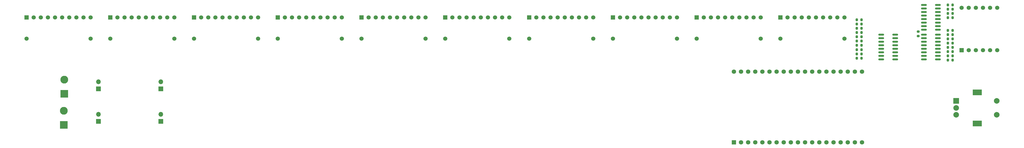
<source format=gbr>
G04 #@! TF.GenerationSoftware,KiCad,Pcbnew,(6.0.6)*
G04 #@! TF.CreationDate,2022-08-14T15:31:57+08:00*
G04 #@! TF.ProjectId,led_scroll,6c65645f-7363-4726-9f6c-6c2e6b696361,rev?*
G04 #@! TF.SameCoordinates,Original*
G04 #@! TF.FileFunction,Soldermask,Bot*
G04 #@! TF.FilePolarity,Negative*
%FSLAX46Y46*%
G04 Gerber Fmt 4.6, Leading zero omitted, Abs format (unit mm)*
G04 Created by KiCad (PCBNEW (6.0.6)) date 2022-08-14 15:31:57*
%MOMM*%
%LPD*%
G01*
G04 APERTURE LIST*
G04 Aperture macros list*
%AMRoundRect*
0 Rectangle with rounded corners*
0 $1 Rounding radius*
0 $2 $3 $4 $5 $6 $7 $8 $9 X,Y pos of 4 corners*
0 Add a 4 corners polygon primitive as box body*
4,1,4,$2,$3,$4,$5,$6,$7,$8,$9,$2,$3,0*
0 Add four circle primitives for the rounded corners*
1,1,$1+$1,$2,$3*
1,1,$1+$1,$4,$5*
1,1,$1+$1,$6,$7*
1,1,$1+$1,$8,$9*
0 Add four rect primitives between the rounded corners*
20,1,$1+$1,$2,$3,$4,$5,0*
20,1,$1+$1,$4,$5,$6,$7,0*
20,1,$1+$1,$6,$7,$8,$9,0*
20,1,$1+$1,$8,$9,$2,$3,0*%
G04 Aperture macros list end*
%ADD10RoundRect,0.200000X-0.275000X0.200000X-0.275000X-0.200000X0.275000X-0.200000X0.275000X0.200000X0*%
%ADD11RoundRect,0.200000X0.200000X0.275000X-0.200000X0.275000X-0.200000X-0.275000X0.200000X-0.275000X0*%
%ADD12RoundRect,0.200000X-0.200000X-0.275000X0.200000X-0.275000X0.200000X0.275000X-0.200000X0.275000X0*%
%ADD13R,1.500000X1.500000*%
%ADD14C,1.500000*%
%ADD15C,1.560000*%
%ADD16R,1.560000X1.560000*%
%ADD17O,1.700000X1.700000*%
%ADD18R,1.700000X1.700000*%
%ADD19R,2.800000X2.800000*%
%ADD20C,2.800000*%
%ADD21R,2.000000X2.000000*%
%ADD22C,2.000000*%
%ADD23R,3.200000X2.000000*%
%ADD24RoundRect,0.150000X0.825000X0.150000X-0.825000X0.150000X-0.825000X-0.150000X0.825000X-0.150000X0*%
%ADD25RoundRect,0.150000X-0.825000X-0.150000X0.825000X-0.150000X0.825000X0.150000X-0.825000X0.150000X0*%
G04 APERTURE END LIST*
D10*
X380746000Y-201038000D03*
X380746000Y-199388000D03*
D11*
X360522000Y-208964000D03*
X358872000Y-208964000D03*
X360522000Y-207430216D03*
X358872000Y-207430216D03*
X360522000Y-205896439D03*
X358872000Y-205896439D03*
X360522000Y-204362662D03*
X358872000Y-204362662D03*
X360522000Y-202828885D03*
X358872000Y-202828885D03*
X360522000Y-201295108D03*
X358872000Y-201295108D03*
X360522000Y-199761331D03*
X358872000Y-199761331D03*
X360522000Y-198227554D03*
X358872000Y-198227554D03*
X360522000Y-196693777D03*
X358872000Y-196693777D03*
X360522000Y-195160000D03*
X358872000Y-195160000D03*
X393034000Y-194398000D03*
X391384000Y-194398000D03*
X393034000Y-189826000D03*
X391384000Y-189826000D03*
X393034000Y-191350000D03*
X391384000Y-191350000D03*
X393034000Y-192874000D03*
X391384000Y-192874000D03*
D12*
X391384000Y-209638000D03*
X393034000Y-209638000D03*
X391384000Y-208114000D03*
X393034000Y-208114000D03*
X391384000Y-206590000D03*
X393034000Y-206590000D03*
X391384000Y-205066000D03*
X393034000Y-205066000D03*
X391384000Y-203542000D03*
X393034000Y-203542000D03*
X391384000Y-202018000D03*
X393034000Y-202018000D03*
X391384000Y-200494000D03*
X393034000Y-200494000D03*
X391384000Y-198970000D03*
X393034000Y-198970000D03*
D13*
X241884000Y-194310000D03*
D14*
X244424000Y-194310000D03*
X246964000Y-194310000D03*
X249504000Y-194310000D03*
X252044000Y-194310000D03*
X254584000Y-194310000D03*
X257124000Y-194310000D03*
X259664000Y-194310000D03*
X262204000Y-194310000D03*
X264744000Y-194310000D03*
X264744000Y-201930000D03*
X241884000Y-201930000D03*
D13*
X301684000Y-194310000D03*
D14*
X304224000Y-194310000D03*
X306764000Y-194310000D03*
X309304000Y-194310000D03*
X311844000Y-194310000D03*
X314384000Y-194310000D03*
X316924000Y-194310000D03*
X319464000Y-194310000D03*
X322004000Y-194310000D03*
X324544000Y-194310000D03*
X324544000Y-201930000D03*
X301684000Y-201930000D03*
X396240000Y-190905000D03*
X398780000Y-190905000D03*
X401320000Y-190905000D03*
X403860000Y-190905000D03*
X406400000Y-190905000D03*
X408940000Y-190905000D03*
X408940000Y-206145000D03*
X406400000Y-206145000D03*
X403860000Y-206145000D03*
X401320000Y-206145000D03*
X398780000Y-206145000D03*
D13*
X396240000Y-206145000D03*
X122284000Y-194310000D03*
D14*
X124824000Y-194310000D03*
X127364000Y-194310000D03*
X129904000Y-194310000D03*
X132444000Y-194310000D03*
X134984000Y-194310000D03*
X137524000Y-194310000D03*
X140064000Y-194310000D03*
X142604000Y-194310000D03*
X145144000Y-194310000D03*
X145144000Y-201930000D03*
X122284000Y-201930000D03*
D13*
X152184000Y-194310000D03*
D14*
X154724000Y-194310000D03*
X157264000Y-194310000D03*
X159804000Y-194310000D03*
X162344000Y-194310000D03*
X164884000Y-194310000D03*
X167424000Y-194310000D03*
X169964000Y-194310000D03*
X172504000Y-194310000D03*
X175044000Y-194310000D03*
X175044000Y-201930000D03*
X152184000Y-201930000D03*
D15*
X360732000Y-213794500D03*
X358192000Y-213794500D03*
X355652000Y-213794500D03*
X353112000Y-213794500D03*
X350572000Y-213794500D03*
X348032000Y-213794500D03*
X345492000Y-213794500D03*
X342952000Y-213794500D03*
X340412000Y-213794500D03*
X337872000Y-213794500D03*
X335332000Y-213794500D03*
X332792000Y-213794500D03*
X330252000Y-213794500D03*
X327712000Y-213794500D03*
X325172000Y-213794500D03*
X322632000Y-213794500D03*
X320092000Y-213794500D03*
X317552000Y-213794500D03*
X315012000Y-213794500D03*
X360732000Y-239194500D03*
X358192000Y-239194500D03*
X355652000Y-239194500D03*
X353112000Y-239194500D03*
X350572000Y-239194500D03*
X348032000Y-239194500D03*
X345492000Y-239194500D03*
X342952000Y-239194500D03*
X340412000Y-239194500D03*
X337872000Y-239194500D03*
X335332000Y-239194500D03*
X332792000Y-239194500D03*
X330252000Y-239194500D03*
X327712000Y-239194500D03*
X325172000Y-239194500D03*
X322632000Y-239194500D03*
X320092000Y-239194500D03*
X317552000Y-239194500D03*
D16*
X315012000Y-239194500D03*
D17*
X88199000Y-229158000D03*
D18*
X88199000Y-231698000D03*
X110429000Y-231698000D03*
D17*
X110429000Y-229158000D03*
D13*
X92384000Y-194310000D03*
D14*
X94924000Y-194310000D03*
X97464000Y-194310000D03*
X100004000Y-194310000D03*
X102544000Y-194310000D03*
X105084000Y-194310000D03*
X107624000Y-194310000D03*
X110164000Y-194310000D03*
X112704000Y-194310000D03*
X115244000Y-194310000D03*
X115244000Y-201930000D03*
X92384000Y-201930000D03*
D13*
X211984000Y-194310000D03*
D14*
X214524000Y-194310000D03*
X217064000Y-194310000D03*
X219604000Y-194310000D03*
X222144000Y-194310000D03*
X224684000Y-194310000D03*
X227224000Y-194310000D03*
X229764000Y-194310000D03*
X232304000Y-194310000D03*
X234844000Y-194310000D03*
X234844000Y-201930000D03*
X211984000Y-201930000D03*
D19*
X75946000Y-221742000D03*
D20*
X75946000Y-216662000D03*
D13*
X271784000Y-194310000D03*
D14*
X274324000Y-194310000D03*
X276864000Y-194310000D03*
X279404000Y-194310000D03*
X281944000Y-194310000D03*
X284484000Y-194310000D03*
X287024000Y-194310000D03*
X289564000Y-194310000D03*
X292104000Y-194310000D03*
X294644000Y-194310000D03*
X294644000Y-201930000D03*
X271784000Y-201930000D03*
D13*
X62484000Y-194310000D03*
D14*
X65024000Y-194310000D03*
X67564000Y-194310000D03*
X70104000Y-194310000D03*
X72644000Y-194310000D03*
X75184000Y-194310000D03*
X77724000Y-194310000D03*
X80264000Y-194310000D03*
X82804000Y-194310000D03*
X85344000Y-194310000D03*
X85344000Y-201930000D03*
X62484000Y-201930000D03*
D17*
X88199000Y-217449000D03*
D18*
X88199000Y-219989000D03*
X110429000Y-219989000D03*
D17*
X110429000Y-217449000D03*
D21*
X394324000Y-224322000D03*
D22*
X394324000Y-229322000D03*
X394324000Y-226822000D03*
D23*
X401824000Y-232422000D03*
X401824000Y-221222000D03*
D22*
X408824000Y-229322000D03*
X408824000Y-224322000D03*
D13*
X182084000Y-194310000D03*
D14*
X184624000Y-194310000D03*
X187164000Y-194310000D03*
X189704000Y-194310000D03*
X192244000Y-194310000D03*
X194784000Y-194310000D03*
X197324000Y-194310000D03*
X199864000Y-194310000D03*
X202404000Y-194310000D03*
X204944000Y-194310000D03*
X204944000Y-201930000D03*
X182084000Y-201930000D03*
D19*
X75846000Y-232918000D03*
D20*
X75846000Y-227838000D03*
D13*
X331584000Y-194310000D03*
D14*
X334124000Y-194310000D03*
X336664000Y-194310000D03*
X339204000Y-194310000D03*
X341744000Y-194310000D03*
X344284000Y-194310000D03*
X346824000Y-194310000D03*
X349364000Y-194310000D03*
X351904000Y-194310000D03*
X354444000Y-194310000D03*
X354444000Y-201930000D03*
X331584000Y-201930000D03*
D24*
X382843000Y-200533000D03*
X382843000Y-201803000D03*
X382843000Y-203073000D03*
X382843000Y-204343000D03*
X382843000Y-205613000D03*
X382843000Y-206883000D03*
X382843000Y-208153000D03*
X382843000Y-209423000D03*
X387793000Y-209423000D03*
X387793000Y-208153000D03*
X387793000Y-206883000D03*
X387793000Y-205613000D03*
X387793000Y-204343000D03*
X387793000Y-203073000D03*
X387793000Y-201803000D03*
X387793000Y-200533000D03*
D25*
X372553000Y-209423000D03*
X372553000Y-208153000D03*
X372553000Y-206883000D03*
X372553000Y-205613000D03*
X372553000Y-204343000D03*
X372553000Y-203073000D03*
X372553000Y-201803000D03*
X372553000Y-200533000D03*
X367603000Y-200533000D03*
X367603000Y-201803000D03*
X367603000Y-203073000D03*
X367603000Y-204343000D03*
X367603000Y-205613000D03*
X367603000Y-206883000D03*
X367603000Y-208153000D03*
X367603000Y-209423000D03*
D24*
X382843000Y-189865000D03*
X382843000Y-191135000D03*
X382843000Y-192405000D03*
X382843000Y-193675000D03*
X382843000Y-194945000D03*
X382843000Y-196215000D03*
X382843000Y-197485000D03*
X382843000Y-198755000D03*
X387793000Y-198755000D03*
X387793000Y-197485000D03*
X387793000Y-196215000D03*
X387793000Y-194945000D03*
X387793000Y-193675000D03*
X387793000Y-192405000D03*
X387793000Y-191135000D03*
X387793000Y-189865000D03*
M02*

</source>
